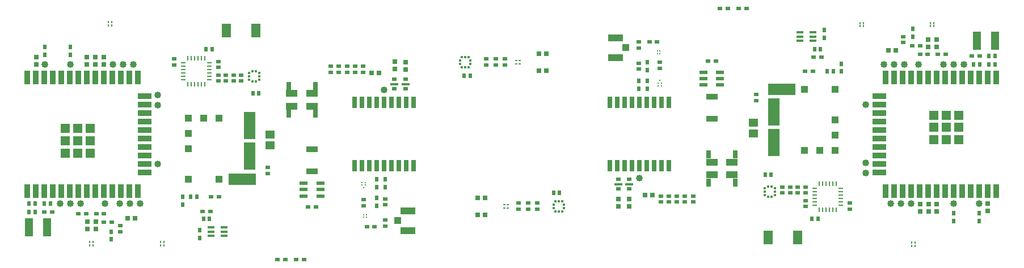
<source format=gtp>
G04*
G04 #@! TF.GenerationSoftware,Altium Limited,Altium Designer,22.3.1 (43)*
G04*
G04 Layer_Color=8421504*
%FSLAX25Y25*%
%MOIN*%
G70*
G04*
G04 #@! TF.SameCoordinates,9666C8D3-C488-416E-8FBA-698088E7738B*
G04*
G04*
G04 #@! TF.FilePolarity,Positive*
G04*
G01*
G75*
%ADD11C,0.04000*%
%ADD12R,0.03150X0.02756*%
%ADD13R,0.02953X0.02362*%
%ADD14R,0.05512X0.08268*%
%ADD15R,0.02362X0.02520*%
G04:AMPARAMS|DCode=16|XSize=14.96mil|YSize=13.78mil|CornerRadius=0.62mil|HoleSize=0mil|Usage=FLASHONLY|Rotation=360.000|XOffset=0mil|YOffset=0mil|HoleType=Round|Shape=RoundedRectangle|*
%AMROUNDEDRECTD16*
21,1,0.01496,0.01254,0,0,360.0*
21,1,0.01372,0.01378,0,0,360.0*
1,1,0.00124,0.00686,-0.00627*
1,1,0.00124,-0.00686,-0.00627*
1,1,0.00124,-0.00686,0.00627*
1,1,0.00124,0.00686,0.00627*
%
%ADD16ROUNDEDRECTD16*%
%ADD17R,0.02520X0.02362*%
%ADD18R,0.01024X0.03110*%
%ADD19R,0.03110X0.01024*%
%ADD20R,0.03543X0.07874*%
%ADD21R,0.07874X0.03543*%
%ADD22R,0.05236X0.05236*%
%ADD23R,0.06693X0.03937*%
%ADD24R,0.02756X0.05118*%
%ADD25R,0.02362X0.02953*%
%ADD26R,0.03937X0.01772*%
%ADD27R,0.00906X0.01181*%
%ADD28R,0.02756X0.03150*%
%ADD29R,0.03976X0.03976*%
%ADD30R,0.06969X0.16024*%
%ADD31R,0.16024X0.06969*%
%ADD32R,0.04921X0.01968*%
%ADD33R,0.02756X0.02362*%
%ADD34R,0.04134X0.03937*%
%ADD35R,0.08661X0.04134*%
%ADD37C,0.00850*%
%ADD38R,0.02756X0.07087*%
G04:AMPARAMS|DCode=39|XSize=14.96mil|YSize=13.78mil|CornerRadius=0.62mil|HoleSize=0mil|Usage=FLASHONLY|Rotation=270.000|XOffset=0mil|YOffset=0mil|HoleType=Round|Shape=RoundedRectangle|*
%AMROUNDEDRECTD39*
21,1,0.01496,0.01254,0,0,270.0*
21,1,0.01372,0.01378,0,0,270.0*
1,1,0.00124,-0.00627,-0.00686*
1,1,0.00124,-0.00627,0.00686*
1,1,0.00124,0.00627,0.00686*
1,1,0.00124,0.00627,-0.00686*
%
%ADD39ROUNDEDRECTD39*%
%ADD40R,0.01181X0.00906*%
%ADD41R,0.07165X0.03386*%
%ADD42R,0.05512X0.05118*%
%ADD43R,0.04961X0.10709*%
%ADD44R,0.00984X0.00787*%
%ADD45R,0.03150X0.02165*%
%ADD46R,0.04724X0.01181*%
%ADD51R,0.03150X0.02756*%
%ADD52R,0.03110X0.01024*%
D11*
X706488Y319758D02*
D03*
X718488D02*
D03*
X562988Y252758D02*
D03*
X741488Y319758D02*
D03*
X716488Y237758D02*
D03*
X722488D02*
D03*
X747488Y319758D02*
D03*
X726988D02*
D03*
X695988Y296258D02*
D03*
X747488Y237758D02*
D03*
X762488D02*
D03*
X695988Y255758D02*
D03*
X710488Y237758D02*
D03*
X753488Y319758D02*
D03*
X712488D02*
D03*
X695988Y261758D02*
D03*
X269512Y237742D02*
D03*
X257512D02*
D03*
X413012Y304742D02*
D03*
X234512Y237742D02*
D03*
X259512Y319742D02*
D03*
X253512D02*
D03*
X228512Y237742D02*
D03*
X249012D02*
D03*
X280012Y261242D02*
D03*
X228512Y319742D02*
D03*
X213512D02*
D03*
X280012Y301742D02*
D03*
X265512Y319742D02*
D03*
X222512Y237742D02*
D03*
X263512D02*
D03*
X280012Y295742D02*
D03*
D12*
X713654Y328258D02*
D03*
X709323D02*
D03*
X570488Y242758D02*
D03*
X566158D02*
D03*
X508154Y316258D02*
D03*
X503823D02*
D03*
X508154Y326258D02*
D03*
X503823D02*
D03*
X262346Y229242D02*
D03*
X266677D02*
D03*
D13*
X762752Y324758D02*
D03*
X758224D02*
D03*
X614752Y352758D02*
D03*
X610224D02*
D03*
X621224D02*
D03*
X625752D02*
D03*
X665225Y324258D02*
D03*
X669752D02*
D03*
X727752Y330758D02*
D03*
X723224D02*
D03*
X732252Y325758D02*
D03*
X727725D02*
D03*
X738225D02*
D03*
X742752D02*
D03*
X660224Y315758D02*
D03*
X664752D02*
D03*
X603225Y321758D02*
D03*
X607752D02*
D03*
X213248Y232742D02*
D03*
X217776D02*
D03*
X361248Y204742D02*
D03*
X365775D02*
D03*
X354776D02*
D03*
X350248D02*
D03*
X310775Y233242D02*
D03*
X306248D02*
D03*
X248248Y226742D02*
D03*
X252776D02*
D03*
X243748Y231742D02*
D03*
X248275D02*
D03*
X237775D02*
D03*
X233248D02*
D03*
X315775Y241742D02*
D03*
X311248D02*
D03*
X372776Y235742D02*
D03*
X368248D02*
D03*
D14*
X655811Y217758D02*
D03*
X638488D02*
D03*
X320189Y339742D02*
D03*
X337512D02*
D03*
D15*
X664256Y228758D02*
D03*
X667721D02*
D03*
X636756Y254758D02*
D03*
X640221D02*
D03*
X665756Y328758D02*
D03*
X669221D02*
D03*
X463488Y313258D02*
D03*
X460024D02*
D03*
X676721Y315758D02*
D03*
X673256D02*
D03*
X768256Y319758D02*
D03*
X771721D02*
D03*
X768256Y324758D02*
D03*
X771721D02*
D03*
X762721Y319758D02*
D03*
X759256D02*
D03*
X311744Y328742D02*
D03*
X308279D02*
D03*
X339244Y302742D02*
D03*
X335779D02*
D03*
X310244Y228742D02*
D03*
X306779D02*
D03*
X512512Y244242D02*
D03*
X515976D02*
D03*
X299279Y241742D02*
D03*
X302744D02*
D03*
X207744Y237742D02*
D03*
X204279D02*
D03*
X207744Y232742D02*
D03*
X204279D02*
D03*
X213279Y237742D02*
D03*
X216744D02*
D03*
D16*
X640457Y247782D02*
D03*
X638488D02*
D03*
X636461Y246739D02*
D03*
Y244770D02*
D03*
Y242802D02*
D03*
X638488Y241758D02*
D03*
X640457D02*
D03*
X642484Y242802D02*
D03*
Y244770D02*
D03*
Y246739D02*
D03*
X335543Y309718D02*
D03*
X337512D02*
D03*
X339539Y310761D02*
D03*
Y312730D02*
D03*
Y314698D02*
D03*
X337512Y315742D02*
D03*
X335543D02*
D03*
X333516Y314698D02*
D03*
Y312730D02*
D03*
Y310761D02*
D03*
D17*
X655988Y244026D02*
D03*
Y247491D02*
D03*
X651488Y244026D02*
D03*
Y247491D02*
D03*
X646988Y244026D02*
D03*
Y247491D02*
D03*
X660488Y244026D02*
D03*
Y247491D02*
D03*
Y236026D02*
D03*
Y239491D02*
D03*
X686488Y234526D02*
D03*
Y237991D02*
D03*
X478488Y322991D02*
D03*
Y319526D02*
D03*
X717988Y332758D02*
D03*
Y336223D02*
D03*
X483988Y319526D02*
D03*
Y322991D02*
D03*
X472988Y319526D02*
D03*
Y322991D02*
D03*
X631488Y301991D02*
D03*
Y298526D02*
D03*
X594488Y242258D02*
D03*
Y238794D02*
D03*
X589689Y242244D02*
D03*
Y238780D02*
D03*
X584912Y242266D02*
D03*
Y238802D02*
D03*
X580135Y242244D02*
D03*
Y238780D02*
D03*
X575402Y242222D02*
D03*
Y238758D02*
D03*
X562488Y332991D02*
D03*
Y329526D02*
D03*
Y317026D02*
D03*
Y320491D02*
D03*
X574988Y320991D02*
D03*
Y317526D02*
D03*
X320012Y313474D02*
D03*
Y310009D02*
D03*
X324512Y313474D02*
D03*
Y310009D02*
D03*
X329012Y313474D02*
D03*
Y310009D02*
D03*
X315512Y313474D02*
D03*
Y310009D02*
D03*
Y321474D02*
D03*
Y318009D02*
D03*
X289512Y322974D02*
D03*
Y319509D02*
D03*
X497512Y234509D02*
D03*
Y237974D02*
D03*
X258012Y224742D02*
D03*
Y221277D02*
D03*
X492012Y237974D02*
D03*
Y234509D02*
D03*
X503012Y237974D02*
D03*
Y234509D02*
D03*
X344512Y255509D02*
D03*
Y258974D02*
D03*
X381512Y315242D02*
D03*
Y318706D02*
D03*
X386311Y315256D02*
D03*
Y318720D02*
D03*
X391088Y315234D02*
D03*
Y318698D02*
D03*
X395865Y315256D02*
D03*
Y318720D02*
D03*
X400598Y315278D02*
D03*
Y318742D02*
D03*
X413512Y224509D02*
D03*
Y227974D02*
D03*
Y240474D02*
D03*
Y237009D02*
D03*
X401012Y236509D02*
D03*
Y239974D02*
D03*
D18*
X678409Y249514D02*
D03*
X676441D02*
D03*
X674473D02*
D03*
X672504D02*
D03*
X670536D02*
D03*
X668567D02*
D03*
Y234002D02*
D03*
X670536D02*
D03*
X672504D02*
D03*
X674473D02*
D03*
X676441D02*
D03*
X678409D02*
D03*
X297590Y307986D02*
D03*
X299559D02*
D03*
X301528D02*
D03*
X303496D02*
D03*
X305465D02*
D03*
X307433D02*
D03*
Y323498D02*
D03*
X305465D02*
D03*
X303496D02*
D03*
X301528D02*
D03*
X299559D02*
D03*
X297590D02*
D03*
D19*
X665732Y246680D02*
D03*
Y244711D02*
D03*
Y242743D02*
D03*
Y240774D02*
D03*
Y238806D02*
D03*
Y236837D02*
D03*
X681244D02*
D03*
Y238806D02*
D03*
Y240774D02*
D03*
Y242743D02*
D03*
Y244711D02*
D03*
Y246680D02*
D03*
X310268Y310820D02*
D03*
Y312789D02*
D03*
Y314757D02*
D03*
Y316726D02*
D03*
Y318694D02*
D03*
Y320663D02*
D03*
D20*
X772697Y312223D02*
D03*
X767697D02*
D03*
X762697D02*
D03*
X757697D02*
D03*
X752697D02*
D03*
X747697D02*
D03*
X742697D02*
D03*
X737697D02*
D03*
X732697D02*
D03*
X727697D02*
D03*
X722697D02*
D03*
X717697D02*
D03*
X712697D02*
D03*
X707697D02*
D03*
Y245294D02*
D03*
X712697D02*
D03*
X717697D02*
D03*
X722697D02*
D03*
X727697D02*
D03*
X732697D02*
D03*
X737697D02*
D03*
X742697D02*
D03*
X747697D02*
D03*
X752697D02*
D03*
X757697D02*
D03*
X762697D02*
D03*
X767697D02*
D03*
X772697D02*
D03*
X203303Y245277D02*
D03*
X208303D02*
D03*
X213303D02*
D03*
X218303D02*
D03*
X223303D02*
D03*
X228303D02*
D03*
X233303D02*
D03*
X238303D02*
D03*
X243303D02*
D03*
X248303D02*
D03*
X253303D02*
D03*
X258303D02*
D03*
X263303D02*
D03*
X268303D02*
D03*
Y312206D02*
D03*
X263303D02*
D03*
X258303D02*
D03*
X253303D02*
D03*
X248303D02*
D03*
X243303D02*
D03*
X238303D02*
D03*
X233303D02*
D03*
X228303D02*
D03*
X223303D02*
D03*
X218303D02*
D03*
X213303D02*
D03*
X208303D02*
D03*
X203303D02*
D03*
D21*
X703760Y301258D02*
D03*
Y296258D02*
D03*
Y291258D02*
D03*
Y286258D02*
D03*
Y281258D02*
D03*
Y276258D02*
D03*
Y271258D02*
D03*
Y266258D02*
D03*
Y261258D02*
D03*
Y256258D02*
D03*
X272240Y256242D02*
D03*
Y261242D02*
D03*
Y266242D02*
D03*
Y271242D02*
D03*
Y276242D02*
D03*
Y281242D02*
D03*
Y286242D02*
D03*
Y291242D02*
D03*
Y296242D02*
D03*
Y301242D02*
D03*
D22*
X750394Y289920D02*
D03*
Y282695D02*
D03*
Y275471D02*
D03*
X743169Y289920D02*
D03*
Y282695D02*
D03*
Y275471D02*
D03*
X735945Y289920D02*
D03*
Y282695D02*
D03*
Y275471D02*
D03*
X225606Y267580D02*
D03*
Y274805D02*
D03*
Y282029D02*
D03*
X232831Y267580D02*
D03*
Y274805D02*
D03*
Y282029D02*
D03*
X240055Y267580D02*
D03*
Y274805D02*
D03*
Y282029D02*
D03*
D23*
X605488Y262239D02*
D03*
Y254758D02*
D03*
X617299D02*
D03*
Y262239D02*
D03*
X370512Y295261D02*
D03*
Y302742D02*
D03*
X358701D02*
D03*
Y295261D02*
D03*
D24*
X603520Y266766D02*
D03*
Y250231D02*
D03*
X619268D02*
D03*
Y266766D02*
D03*
X372480Y290734D02*
D03*
Y307269D02*
D03*
X356732D02*
D03*
Y290734D02*
D03*
D25*
X671488Y340022D02*
D03*
Y335495D02*
D03*
X723488Y336258D02*
D03*
Y340786D02*
D03*
X681488Y320286D02*
D03*
Y315758D02*
D03*
X562488Y305495D02*
D03*
Y310022D02*
D03*
X567488D02*
D03*
Y305495D02*
D03*
Y321022D02*
D03*
Y316495D02*
D03*
X762488Y232022D02*
D03*
Y227495D02*
D03*
X747488Y232022D02*
D03*
Y227495D02*
D03*
X304512Y217478D02*
D03*
Y222005D02*
D03*
X252512Y221242D02*
D03*
Y216714D02*
D03*
X294512Y237214D02*
D03*
Y241742D02*
D03*
X413512Y252005D02*
D03*
Y247478D02*
D03*
X408512D02*
D03*
Y252005D02*
D03*
Y236478D02*
D03*
Y241005D02*
D03*
X213512Y325478D02*
D03*
Y330005D02*
D03*
X228512Y325478D02*
D03*
Y330005D02*
D03*
D26*
X657248Y333699D02*
D03*
Y336258D02*
D03*
Y338817D02*
D03*
X664728D02*
D03*
Y336258D02*
D03*
Y333699D02*
D03*
X318752Y223801D02*
D03*
Y221242D02*
D03*
Y218683D02*
D03*
X311272D02*
D03*
Y221242D02*
D03*
Y223801D02*
D03*
D27*
X694473Y344203D02*
D03*
X692504D02*
D03*
X735972D02*
D03*
X734004D02*
D03*
X692504Y342314D02*
D03*
X694473D02*
D03*
X734004D02*
D03*
X735972D02*
D03*
X723004Y212813D02*
D03*
X724972D02*
D03*
Y214703D02*
D03*
X723004D02*
D03*
X281527Y213297D02*
D03*
X283496D02*
D03*
X240027D02*
D03*
X241996D02*
D03*
X283496Y215187D02*
D03*
X281527D02*
D03*
X241996D02*
D03*
X240027D02*
D03*
X252996Y344687D02*
D03*
X251027D02*
D03*
Y342797D02*
D03*
X252996D02*
D03*
D28*
X737703Y233242D02*
D03*
Y237573D02*
D03*
X737483Y330263D02*
D03*
Y334594D02*
D03*
X732488Y330258D02*
D03*
Y334589D02*
D03*
X732770Y237598D02*
D03*
Y233267D02*
D03*
X767500Y237760D02*
D03*
Y233430D02*
D03*
X727837Y237573D02*
D03*
Y233242D02*
D03*
X550488Y236258D02*
D03*
Y240589D02*
D03*
X556958Y236194D02*
D03*
Y240525D02*
D03*
X238297Y324258D02*
D03*
Y319927D02*
D03*
X238517Y227237D02*
D03*
Y222906D02*
D03*
X243512Y227242D02*
D03*
Y222911D02*
D03*
X243230Y319902D02*
D03*
Y324233D02*
D03*
X208500Y319740D02*
D03*
Y324070D02*
D03*
X248163Y319927D02*
D03*
Y324258D02*
D03*
X425512Y321242D02*
D03*
Y316911D02*
D03*
X419042Y321306D02*
D03*
Y316975D02*
D03*
D29*
X659969Y269247D02*
D03*
Y305270D02*
D03*
X678000D02*
D03*
Y287278D02*
D03*
Y278262D02*
D03*
Y269247D02*
D03*
X668984D02*
D03*
X316031Y288253D02*
D03*
Y252230D02*
D03*
X298000D02*
D03*
Y270222D02*
D03*
Y279238D02*
D03*
Y288253D02*
D03*
X307016D02*
D03*
D30*
X641976Y273774D02*
D03*
Y291766D02*
D03*
X334023Y283726D02*
D03*
Y265734D02*
D03*
D31*
X646465Y305270D02*
D03*
X329535Y252230D02*
D03*
D32*
X610331Y307778D02*
D03*
Y311518D02*
D03*
Y315258D02*
D03*
X600488D02*
D03*
Y311518D02*
D03*
Y307778D02*
D03*
X365669Y249722D02*
D03*
Y245982D02*
D03*
Y242242D02*
D03*
X375512D02*
D03*
Y245982D02*
D03*
Y249722D02*
D03*
D33*
X573154Y333258D02*
D03*
X568823D02*
D03*
X402846Y224242D02*
D03*
X407177D02*
D03*
D34*
X554992Y329758D02*
D03*
X421008Y227742D02*
D03*
D35*
X548988Y323951D02*
D03*
Y335565D02*
D03*
X427012Y233549D02*
D03*
Y221935D02*
D03*
D37*
X574988Y327833D02*
D03*
Y326258D02*
D03*
X573414Y327833D02*
D03*
Y326258D02*
D03*
X401012Y229667D02*
D03*
Y231242D02*
D03*
X402587Y229667D02*
D03*
Y231242D02*
D03*
D38*
X545665Y260057D02*
D03*
X549996D02*
D03*
X554327D02*
D03*
X558658D02*
D03*
X562988D02*
D03*
X567319D02*
D03*
X571650D02*
D03*
X575980D02*
D03*
X580311D02*
D03*
Y297459D02*
D03*
X575980D02*
D03*
X571650D02*
D03*
X567319D02*
D03*
X562988D02*
D03*
X558658D02*
D03*
X554327D02*
D03*
X549996D02*
D03*
X545665D02*
D03*
X430335Y297443D02*
D03*
X426004D02*
D03*
X421673D02*
D03*
X417342D02*
D03*
X413012D02*
D03*
X408681D02*
D03*
X404350D02*
D03*
X400020D02*
D03*
X395689D02*
D03*
Y260041D02*
D03*
X400020D02*
D03*
X404350D02*
D03*
X408681D02*
D03*
X413012D02*
D03*
X417342D02*
D03*
X421673D02*
D03*
X426004D02*
D03*
X430335D02*
D03*
D39*
X462457Y318247D02*
D03*
X460488D02*
D03*
X458520D02*
D03*
X457477Y320274D02*
D03*
Y322243D02*
D03*
X458520Y324270D02*
D03*
X460488D02*
D03*
X462457D02*
D03*
X463500Y322243D02*
D03*
Y320274D02*
D03*
X513543Y239253D02*
D03*
X515512D02*
D03*
X517480D02*
D03*
X518524Y237226D02*
D03*
Y235257D02*
D03*
X517480Y233230D02*
D03*
X515512D02*
D03*
X513543D02*
D03*
X512500Y235257D02*
D03*
Y237226D02*
D03*
D40*
X492488Y320290D02*
D03*
Y322258D02*
D03*
X490598D02*
D03*
Y320290D02*
D03*
X483512Y237210D02*
D03*
Y235242D02*
D03*
X485401D02*
D03*
Y237210D02*
D03*
D41*
X605488Y300853D02*
D03*
Y287664D02*
D03*
X370512Y256647D02*
D03*
Y269836D02*
D03*
D42*
X629988Y285408D02*
D03*
Y279109D02*
D03*
X346012Y272092D02*
D03*
Y278391D02*
D03*
D43*
X761252Y333758D02*
D03*
X771725D02*
D03*
X214748Y223742D02*
D03*
X204275D02*
D03*
D44*
X574988Y310314D02*
D03*
X574004Y308758D02*
D03*
Y307203D02*
D03*
X575973D02*
D03*
Y308758D02*
D03*
X401012Y247186D02*
D03*
X401996Y248742D02*
D03*
Y250297D02*
D03*
X400028D02*
D03*
Y248742D02*
D03*
D45*
X550488Y246404D02*
D03*
Y252113D02*
D03*
X556988Y246404D02*
D03*
Y252113D02*
D03*
X425512Y311096D02*
D03*
Y305387D02*
D03*
X419012Y311096D02*
D03*
Y305387D02*
D03*
D46*
X550488Y249258D02*
D03*
X556988D02*
D03*
X425512Y308242D02*
D03*
X419012D02*
D03*
D51*
X405512Y314742D02*
D03*
X409842D02*
D03*
X467846Y241242D02*
D03*
X472177D02*
D03*
X467846Y231242D02*
D03*
X472177D02*
D03*
D52*
X294756Y320663D02*
D03*
Y318694D02*
D03*
Y316726D02*
D03*
Y314757D02*
D03*
Y312789D02*
D03*
Y310820D02*
D03*
M02*

</source>
